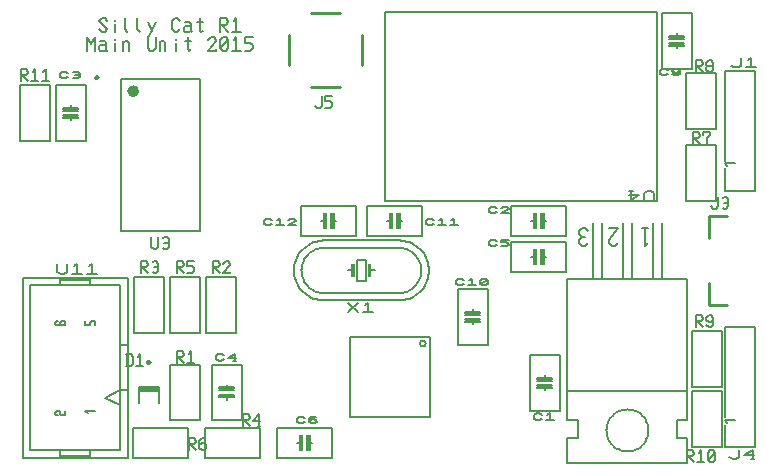
<source format=gbr>
G04 Generated by Ultiboard 13.0 *
%FSLAX24Y24*%
%MOIN*%

%ADD10C,0.0001*%
%ADD11C,0.0080*%
%ADD12C,0.0061*%
%ADD13C,0.0079*%
%ADD14C,0.0098*%
%ADD15C,0.0197*%
%ADD16C,0.0100*%
%ADD17C,0.0070*%


G04 ColorRGB FFFF00 for the following layer *
%LNSilkscreen Top*%
%LPD*%
G54D10*
G54D11*
X13780Y5939D02*
X13780Y3261D01*
X11102Y3261D01*
X11102Y5939D01*
X13780Y5939D01*
X13445Y5716D02*
G75*
D01*
G02X13445Y5716I98J0*
G01*
X21328Y10450D02*
X21328Y16750D01*
X12272Y16750D01*
X12272Y10450D01*
X21328Y10450D01*
X4139Y8067D02*
X4139Y8461D01*
X4296Y8461D01*
X4374Y8382D01*
X4374Y8343D01*
X4296Y8264D01*
X4139Y8264D01*
X4178Y8264D02*
X4374Y8067D01*
X4531Y8421D02*
X4570Y8461D01*
X4649Y8461D01*
X4727Y8382D01*
X4727Y8303D01*
X4688Y8264D01*
X4727Y8224D01*
X4727Y8146D01*
X4649Y8067D01*
X4570Y8067D01*
X4531Y8106D01*
X4570Y8264D02*
X4688Y8264D01*
X3900Y6083D02*
X3900Y7917D01*
X4900Y7917D02*
X4900Y6083D01*
X3900Y7917D02*
X4900Y7917D01*
X4900Y6083D02*
X3900Y6083D01*
X5339Y8067D02*
X5339Y8461D01*
X5496Y8461D01*
X5574Y8382D01*
X5574Y8343D01*
X5496Y8264D01*
X5339Y8264D01*
X5378Y8264D02*
X5574Y8067D01*
X5927Y8461D02*
X5692Y8461D01*
X5692Y8303D01*
X5849Y8303D01*
X5927Y8224D01*
X5927Y8146D01*
X5849Y8067D01*
X5692Y8067D01*
X5100Y6083D02*
X5100Y7917D01*
X6100Y7917D02*
X6100Y6083D01*
X5100Y7917D02*
X6100Y7917D01*
X6100Y6083D02*
X5100Y6083D01*
X6539Y8067D02*
X6539Y8461D01*
X6696Y8461D01*
X6774Y8382D01*
X6774Y8343D01*
X6696Y8264D01*
X6539Y8264D01*
X6578Y8264D02*
X6774Y8067D01*
X6892Y8382D02*
X6970Y8461D01*
X7049Y8461D01*
X7127Y8382D01*
X7127Y8343D01*
X6892Y8067D01*
X7127Y8067D01*
X7127Y8106D01*
X6300Y6083D02*
X6300Y7917D01*
X7300Y7917D02*
X7300Y6083D01*
X6300Y7917D02*
X7300Y7917D01*
X7300Y6083D02*
X6300Y6083D01*
X11056Y7070D02*
X11389Y6773D01*
X11056Y6773D02*
X11389Y7070D01*
X11611Y7011D02*
X11722Y7070D01*
X11722Y6773D01*
X11556Y6773D02*
X11889Y6773D01*
X12742Y9150D02*
X10242Y9150D01*
X12742Y8900D02*
X10242Y8900D01*
X12742Y7400D02*
X10242Y7400D01*
X12742Y7150D02*
X10242Y7150D01*
X11642Y8500D02*
X11342Y8500D01*
X11342Y7800D02*
X11642Y7800D01*
X12742Y7150D02*
X12829Y7154D01*
X12915Y7165D01*
X13000Y7184D01*
X13084Y7210D01*
X13164Y7244D01*
X13242Y7284D01*
X13315Y7331D01*
X13384Y7384D01*
X13449Y7443D01*
X13508Y7507D01*
X13561Y7576D01*
X13608Y7650D01*
X13648Y7727D01*
X13681Y7808D01*
X13708Y7891D01*
X13726Y7976D01*
X13738Y8063D01*
X13742Y8150D01*
X13738Y8237D01*
X13726Y8324D01*
X13708Y8409D01*
X13681Y8492D01*
X13648Y8573D01*
X13608Y8650D01*
X13561Y8724D01*
X13508Y8793D01*
X13449Y8857D01*
X13384Y8916D01*
X13315Y8969D01*
X13242Y9016D01*
X13164Y9056D01*
X13084Y9090D01*
X13000Y9116D01*
X12915Y9135D01*
X12829Y9146D01*
X12742Y9150D01*
X12742Y9150D01*
X12742Y7400D02*
X12807Y7403D01*
X12872Y7411D01*
X12936Y7426D01*
X12998Y7445D01*
X13059Y7470D01*
X13117Y7500D01*
X13172Y7536D01*
X13224Y7575D01*
X13272Y7620D01*
X13316Y7668D01*
X13356Y7720D01*
X13391Y7775D01*
X13421Y7833D01*
X13446Y7893D01*
X13466Y7956D01*
X13480Y8020D01*
X13489Y8085D01*
X13492Y8150D01*
X13489Y8215D01*
X13480Y8280D01*
X13466Y8344D01*
X13446Y8407D01*
X13421Y8467D01*
X13391Y8525D01*
X13356Y8580D01*
X13316Y8632D01*
X13272Y8680D01*
X13224Y8725D01*
X13172Y8764D01*
X13117Y8800D01*
X13059Y8830D01*
X12998Y8855D01*
X12936Y8874D01*
X12872Y8889D01*
X12807Y8897D01*
X12742Y8900D01*
X12742Y8900D01*
X11642Y7800D02*
X11642Y8500D01*
X11742Y8350D02*
X11742Y7950D01*
X11792Y7950D02*
X11792Y8350D01*
X11792Y8150D02*
X11942Y8150D01*
X10242Y9150D02*
X10154Y9146D01*
X10068Y9135D01*
X9983Y9116D01*
X9900Y9090D01*
X9819Y9056D01*
X9742Y9016D01*
X9668Y8969D01*
X9599Y8916D01*
X9535Y8857D01*
X9476Y8793D01*
X9423Y8724D01*
X9376Y8650D01*
X9335Y8573D01*
X9302Y8492D01*
X9276Y8409D01*
X9257Y8324D01*
X9245Y8237D01*
X9242Y8150D01*
X9245Y8063D01*
X9257Y7976D01*
X9276Y7891D01*
X9302Y7808D01*
X9335Y7727D01*
X9376Y7650D01*
X9423Y7576D01*
X9476Y7507D01*
X9535Y7443D01*
X9599Y7384D01*
X9668Y7331D01*
X9742Y7284D01*
X9819Y7244D01*
X9900Y7210D01*
X9983Y7184D01*
X10068Y7165D01*
X10154Y7154D01*
X10242Y7150D01*
X10242Y7150D01*
X10242Y8900D02*
X10176Y8897D01*
X10111Y8889D01*
X10048Y8874D01*
X9985Y8855D01*
X9925Y8830D01*
X9867Y8800D01*
X9811Y8764D01*
X9760Y8725D01*
X9711Y8680D01*
X9667Y8632D01*
X9627Y8580D01*
X9592Y8525D01*
X9562Y8467D01*
X9537Y8407D01*
X9517Y8344D01*
X9503Y8280D01*
X9495Y8215D01*
X9492Y8150D01*
X9495Y8085D01*
X9503Y8020D01*
X9517Y7956D01*
X9537Y7893D01*
X9562Y7833D01*
X9592Y7775D01*
X9627Y7720D01*
X9667Y7668D01*
X9711Y7620D01*
X9760Y7575D01*
X9811Y7536D01*
X9867Y7500D01*
X9925Y7470D01*
X9985Y7445D01*
X10048Y7426D01*
X10111Y7411D01*
X10176Y7403D01*
X10242Y7400D01*
X10242Y7400D01*
X11342Y7800D02*
X11342Y8500D01*
X11242Y7950D02*
X11242Y8350D01*
X11192Y7950D02*
X11192Y8350D01*
X11192Y8150D02*
X11042Y8150D01*
X6911Y5190D02*
X6822Y5145D01*
X6733Y5145D01*
X6644Y5190D01*
X6644Y5326D01*
X6733Y5371D01*
X6822Y5371D01*
X6911Y5326D01*
X7311Y5235D02*
X7044Y5235D01*
X7267Y5371D01*
X7267Y5145D01*
X7222Y5145D02*
X7311Y5145D01*
X6500Y3177D02*
X6500Y5010D01*
X7500Y5010D02*
X7500Y3177D01*
X6500Y5010D02*
X7500Y5010D01*
X7250Y4227D02*
X6750Y4227D01*
X6750Y4177D02*
X7250Y4177D01*
X7250Y4260D02*
X6750Y4260D01*
X7000Y4244D02*
X7000Y4344D01*
X7250Y4010D02*
X6750Y4010D01*
X7250Y3977D02*
X6750Y3977D01*
X6750Y3927D02*
X7250Y3927D01*
X7000Y3944D02*
X7000Y3844D01*
X7500Y3177D02*
X6500Y3177D01*
X23806Y14982D02*
X23917Y14923D01*
X24028Y14923D01*
X24139Y14982D01*
X24139Y15220D01*
X24361Y15161D02*
X24472Y15220D01*
X24472Y14923D01*
X24306Y14923D02*
X24639Y14923D01*
X24600Y14800D02*
X24600Y10800D01*
X23600Y14800D02*
X23600Y11800D01*
X23600Y10800D02*
X24600Y10800D01*
X23600Y11550D02*
X23600Y10800D01*
X23600Y11717D02*
X23933Y11717D01*
X23683Y11633D02*
X23600Y11717D01*
X23600Y14800D02*
X24600Y14800D01*
X14911Y7696D02*
X14822Y7651D01*
X14733Y7651D01*
X14644Y7696D01*
X14644Y7832D01*
X14733Y7877D01*
X14822Y7877D01*
X14911Y7832D01*
X15089Y7832D02*
X15178Y7877D01*
X15178Y7651D01*
X15044Y7651D02*
X15311Y7651D01*
X15444Y7832D02*
X15533Y7877D01*
X15622Y7877D01*
X15711Y7832D01*
X15711Y7696D01*
X15622Y7651D01*
X15533Y7651D01*
X15444Y7696D01*
X15444Y7832D01*
X15711Y7832D02*
X15444Y7696D01*
X15700Y7517D02*
X15700Y5683D01*
X14700Y5683D02*
X14700Y7517D01*
X15700Y5683D02*
X14700Y5683D01*
X14950Y6467D02*
X15450Y6467D01*
X15450Y6517D02*
X14950Y6517D01*
X14950Y6433D02*
X15450Y6433D01*
X15200Y6450D02*
X15200Y6350D01*
X14950Y6683D02*
X15450Y6683D01*
X14950Y6717D02*
X15450Y6717D01*
X15450Y6767D02*
X14950Y6767D01*
X15200Y6750D02*
X15200Y6850D01*
X14700Y7517D02*
X15700Y7517D01*
X5339Y5060D02*
X5339Y5454D01*
X5496Y5454D01*
X5574Y5375D01*
X5574Y5336D01*
X5496Y5257D01*
X5339Y5257D01*
X5378Y5257D02*
X5574Y5060D01*
X5731Y5375D02*
X5809Y5454D01*
X5809Y5060D01*
X5692Y5060D02*
X5927Y5060D01*
X5100Y3177D02*
X5100Y5010D01*
X6100Y5010D02*
X6100Y3177D01*
X5100Y5010D02*
X6100Y5010D01*
X6100Y3177D02*
X5100Y3177D01*
X17511Y3213D02*
X17422Y3168D01*
X17333Y3168D01*
X17244Y3213D01*
X17244Y3349D01*
X17333Y3394D01*
X17422Y3394D01*
X17511Y3349D01*
X17689Y3349D02*
X17778Y3394D01*
X17778Y3168D01*
X17644Y3168D02*
X17911Y3168D01*
X18100Y5317D02*
X18100Y3483D01*
X17100Y3483D02*
X17100Y5317D01*
X18100Y3483D02*
X17100Y3483D01*
X17350Y4267D02*
X17850Y4267D01*
X17850Y4317D02*
X17350Y4317D01*
X17350Y4233D02*
X17850Y4233D01*
X17600Y4250D02*
X17600Y4150D01*
X17350Y4483D02*
X17850Y4483D01*
X17350Y4517D02*
X17850Y4517D01*
X17850Y4567D02*
X17350Y4567D01*
X17600Y4550D02*
X17600Y4650D01*
X17100Y5317D02*
X18100Y5317D01*
X22539Y12367D02*
X22539Y12761D01*
X22696Y12761D01*
X22774Y12682D01*
X22774Y12643D01*
X22696Y12564D01*
X22539Y12564D01*
X22578Y12564D02*
X22774Y12367D01*
X23009Y12367D02*
X23009Y12564D01*
X23127Y12682D01*
X23127Y12761D01*
X22892Y12761D01*
X22892Y12682D01*
X22300Y10483D02*
X22300Y12317D01*
X23300Y12317D02*
X23300Y10483D01*
X22300Y12317D02*
X23300Y12317D01*
X23300Y10483D02*
X22300Y10483D01*
X22639Y14767D02*
X22639Y15161D01*
X22796Y15161D01*
X22874Y15082D01*
X22874Y15043D01*
X22796Y14964D01*
X22639Y14964D01*
X22678Y14964D02*
X22874Y14767D01*
X23149Y14767D02*
X23070Y14767D01*
X22992Y14846D01*
X22992Y14924D01*
X23031Y14964D01*
X22992Y15003D01*
X22992Y15082D01*
X23070Y15161D01*
X23149Y15161D01*
X23227Y15082D01*
X23227Y15003D01*
X23188Y14964D01*
X23227Y14924D01*
X23227Y14846D01*
X23149Y14767D01*
X23031Y14964D02*
X23188Y14964D01*
X23300Y14717D02*
X23300Y12883D01*
X22300Y12883D02*
X22300Y14717D01*
X23300Y12883D02*
X22300Y12883D01*
X22300Y14717D02*
X23300Y14717D01*
X22639Y6267D02*
X22639Y6661D01*
X22796Y6661D01*
X22874Y6582D01*
X22874Y6543D01*
X22796Y6464D01*
X22639Y6464D01*
X22678Y6464D02*
X22874Y6267D01*
X22992Y6346D02*
X23070Y6267D01*
X23149Y6267D01*
X23227Y6346D01*
X23227Y6503D01*
X23227Y6582D01*
X23149Y6661D01*
X23070Y6661D01*
X22992Y6582D01*
X22992Y6503D01*
X23070Y6424D01*
X23149Y6424D01*
X23227Y6503D01*
X22500Y4283D02*
X22500Y6117D01*
X23500Y6117D02*
X23500Y4283D01*
X22500Y6117D02*
X23500Y6117D01*
X23500Y4283D02*
X22500Y4283D01*
X1356Y8368D02*
X1356Y8111D01*
X1467Y8046D01*
X1578Y8046D01*
X1689Y8111D01*
X1689Y8368D01*
X1911Y8304D02*
X2022Y8368D01*
X2022Y8046D01*
X1856Y8046D02*
X2189Y8046D01*
X2411Y8304D02*
X2522Y8368D01*
X2522Y8046D01*
X2356Y8046D02*
X2689Y8046D01*
X3700Y1900D02*
X3700Y7900D01*
X200Y7900D02*
X200Y1900D01*
X450Y2150D02*
X450Y7650D01*
X3450Y5150D02*
X3450Y2150D01*
X3450Y3650D02*
X2950Y3900D01*
X3450Y4150D01*
X200Y1900D02*
X3700Y1900D01*
X3450Y2150D02*
X450Y2150D01*
X1450Y1983D02*
X2450Y1983D01*
X2450Y1900D02*
X2450Y2150D01*
X2617Y3483D02*
X2283Y3483D01*
X1450Y1900D02*
X1450Y2150D01*
X1617Y3483D02*
X1617Y3317D01*
X1533Y3317D01*
X2283Y3483D02*
X2367Y3400D01*
X1450Y3400D02*
X1450Y3407D01*
X1449Y3414D01*
X1447Y3422D01*
X1445Y3429D01*
X1442Y3435D01*
X1439Y3442D01*
X1435Y3448D01*
X1430Y3454D01*
X1426Y3459D01*
X1420Y3464D01*
X1414Y3468D01*
X1408Y3472D01*
X1402Y3476D01*
X1395Y3478D01*
X1388Y3480D01*
X1381Y3482D01*
X1374Y3483D01*
X1367Y3483D01*
X1359Y3483D01*
X1352Y3482D01*
X1345Y3480D01*
X1338Y3478D01*
X1331Y3476D01*
X1325Y3472D01*
X1319Y3468D01*
X1313Y3464D01*
X1308Y3459D01*
X1303Y3454D01*
X1298Y3448D01*
X1294Y3442D01*
X1291Y3435D01*
X1288Y3429D01*
X1286Y3422D01*
X1285Y3414D01*
X1284Y3407D01*
X1283Y3400D01*
X1284Y3393D01*
X1285Y3386D01*
X1286Y3378D01*
X1288Y3371D01*
X1291Y3365D01*
X1294Y3358D01*
X1298Y3352D01*
X1303Y3346D01*
X1308Y3341D01*
X1313Y3336D01*
X1319Y3332D01*
X1325Y3328D01*
X1331Y3324D01*
X1338Y3322D01*
X1345Y3320D01*
X1352Y3318D01*
X1359Y3317D01*
X1367Y3317D01*
X1450Y3400D02*
X1450Y3393D01*
X1451Y3386D01*
X1453Y3378D01*
X1455Y3371D01*
X1458Y3365D01*
X1461Y3358D01*
X1465Y3352D01*
X1470Y3346D01*
X1474Y3341D01*
X1480Y3336D01*
X1486Y3332D01*
X1492Y3328D01*
X1498Y3324D01*
X1505Y3322D01*
X1512Y3320D01*
X1519Y3318D01*
X1526Y3317D01*
X1533Y3317D01*
X1533Y3317D01*
X2617Y6400D02*
X2616Y6407D01*
X2615Y6414D01*
X2614Y6422D01*
X2612Y6429D01*
X2609Y6435D01*
X2606Y6442D01*
X2602Y6448D01*
X2597Y6454D01*
X2592Y6459D01*
X2587Y6464D01*
X2581Y6468D01*
X2575Y6472D01*
X2569Y6476D01*
X2562Y6478D01*
X2555Y6480D01*
X2548Y6482D01*
X2541Y6483D01*
X2533Y6483D01*
X2526Y6483D01*
X2519Y6482D01*
X2512Y6480D01*
X2505Y6478D01*
X2498Y6476D01*
X2492Y6472D01*
X2486Y6468D01*
X2480Y6464D01*
X2474Y6459D01*
X2470Y6454D01*
X2465Y6448D01*
X2461Y6442D01*
X2458Y6435D01*
X2455Y6429D01*
X2453Y6422D01*
X2451Y6414D01*
X2450Y6407D01*
X2450Y6400D01*
X2450Y6317D02*
X2283Y6317D01*
X2450Y6317D02*
X2450Y6400D01*
X3700Y7900D02*
X200Y7900D01*
X450Y7650D02*
X3450Y7650D01*
X1450Y7817D02*
X2450Y7817D01*
X2450Y7650D02*
X2450Y7900D01*
X3450Y7650D02*
X3450Y5650D01*
X3450Y4150D02*
X3450Y5650D01*
X3700Y4150D02*
X3450Y4150D01*
X3450Y5650D02*
X3700Y5650D01*
X2617Y6317D02*
X2617Y6400D01*
X1533Y6483D02*
X1526Y6483D01*
X1519Y6482D01*
X1512Y6480D01*
X1505Y6478D01*
X1498Y6476D01*
X1492Y6472D01*
X1486Y6468D01*
X1480Y6464D01*
X1474Y6459D01*
X1470Y6454D01*
X1465Y6448D01*
X1461Y6442D01*
X1458Y6435D01*
X1455Y6429D01*
X1453Y6422D01*
X1451Y6414D01*
X1450Y6407D01*
X1450Y6400D01*
X1450Y6393D01*
X1451Y6386D01*
X1453Y6378D01*
X1455Y6371D01*
X1458Y6365D01*
X1461Y6358D01*
X1465Y6352D01*
X1470Y6346D01*
X1474Y6341D01*
X1480Y6336D01*
X1486Y6332D01*
X1492Y6328D01*
X1498Y6324D01*
X1505Y6322D01*
X1512Y6320D01*
X1519Y6318D01*
X1526Y6317D01*
X1533Y6317D01*
X1541Y6317D01*
X1548Y6318D01*
X1555Y6320D01*
X1562Y6322D01*
X1569Y6324D01*
X1575Y6328D01*
X1581Y6332D01*
X1587Y6336D01*
X1592Y6341D01*
X1597Y6346D01*
X1602Y6352D01*
X1606Y6358D01*
X1609Y6365D01*
X1612Y6371D01*
X1614Y6378D01*
X1615Y6386D01*
X1616Y6393D01*
X1617Y6400D01*
X1616Y6407D01*
X1615Y6414D01*
X1614Y6422D01*
X1612Y6429D01*
X1609Y6435D01*
X1606Y6442D01*
X1602Y6448D01*
X1597Y6454D01*
X1592Y6459D01*
X1587Y6464D01*
X1581Y6468D01*
X1575Y6472D01*
X1569Y6476D01*
X1562Y6478D01*
X1555Y6480D01*
X1548Y6482D01*
X1541Y6483D01*
X1533Y6483D01*
X2283Y6317D02*
X2283Y6483D01*
X1533Y6317D02*
X1367Y6317D01*
X1367Y6483D02*
X1359Y6483D01*
X1352Y6482D01*
X1345Y6480D01*
X1338Y6478D01*
X1331Y6476D01*
X1325Y6472D01*
X1319Y6468D01*
X1313Y6464D01*
X1308Y6459D01*
X1303Y6454D01*
X1298Y6448D01*
X1294Y6442D01*
X1291Y6435D01*
X1288Y6429D01*
X1286Y6422D01*
X1285Y6414D01*
X1284Y6407D01*
X1283Y6400D01*
X1284Y6393D01*
X1285Y6386D01*
X1286Y6378D01*
X1288Y6371D01*
X1291Y6365D01*
X1294Y6358D01*
X1298Y6352D01*
X1303Y6346D01*
X1308Y6341D01*
X1313Y6336D01*
X1319Y6332D01*
X1325Y6328D01*
X1331Y6324D01*
X1338Y6322D01*
X1345Y6320D01*
X1352Y6318D01*
X1359Y6317D01*
X1367Y6317D01*
X1367Y6317D01*
X1450Y7650D02*
X1450Y7900D01*
X1711Y14596D02*
X1622Y14551D01*
X1533Y14551D01*
X1444Y14596D01*
X1444Y14732D01*
X1533Y14777D01*
X1622Y14777D01*
X1711Y14732D01*
X1889Y14755D02*
X1933Y14777D01*
X2022Y14777D01*
X2111Y14732D01*
X2111Y14687D01*
X2067Y14664D01*
X2111Y14642D01*
X2111Y14596D01*
X2022Y14551D01*
X1933Y14551D01*
X1889Y14574D01*
X1933Y14664D02*
X2067Y14664D01*
X2300Y14317D02*
X2300Y12483D01*
X1300Y12483D02*
X1300Y14317D01*
X2300Y12483D02*
X1300Y12483D01*
X1550Y13267D02*
X2050Y13267D01*
X2050Y13317D02*
X1550Y13317D01*
X1550Y13233D02*
X2050Y13233D01*
X1800Y13250D02*
X1800Y13150D01*
X1550Y13483D02*
X2050Y13483D01*
X1550Y13517D02*
X2050Y13517D01*
X2050Y13567D02*
X1550Y13567D01*
X1800Y13550D02*
X1800Y13650D01*
X1300Y14317D02*
X2300Y14317D01*
X21711Y14696D02*
X21622Y14651D01*
X21533Y14651D01*
X21444Y14696D01*
X21444Y14832D01*
X21533Y14877D01*
X21622Y14877D01*
X21711Y14832D01*
X21844Y14696D02*
X21933Y14651D01*
X22022Y14651D01*
X22111Y14696D01*
X22111Y14787D01*
X22111Y14832D01*
X22022Y14877D01*
X21933Y14877D01*
X21844Y14832D01*
X21844Y14787D01*
X21933Y14742D01*
X22022Y14742D01*
X22111Y14787D01*
X22500Y16717D02*
X22500Y14883D01*
X21500Y14883D02*
X21500Y16717D01*
X22500Y14883D02*
X21500Y14883D01*
X21750Y15667D02*
X22250Y15667D01*
X22250Y15717D02*
X21750Y15717D01*
X21750Y15633D02*
X22250Y15633D01*
X22000Y15650D02*
X22000Y15550D01*
X21750Y15883D02*
X22250Y15883D01*
X21750Y15917D02*
X22250Y15917D01*
X22250Y15967D02*
X21750Y15967D01*
X22000Y15950D02*
X22000Y16050D01*
X21500Y16717D02*
X22500Y16717D01*
X22339Y1767D02*
X22339Y2161D01*
X22496Y2161D01*
X22574Y2082D01*
X22574Y2043D01*
X22496Y1964D01*
X22339Y1964D01*
X22378Y1964D02*
X22574Y1767D01*
X22731Y2082D02*
X22809Y2161D01*
X22809Y1767D01*
X22692Y1767D02*
X22927Y1767D01*
X23045Y2082D02*
X23123Y2161D01*
X23201Y2161D01*
X23280Y2082D01*
X23280Y1846D01*
X23201Y1767D01*
X23123Y1767D01*
X23045Y1846D01*
X23045Y2082D01*
X23280Y2082D02*
X23045Y1846D01*
X22500Y2283D02*
X22500Y4117D01*
X23500Y4117D02*
X23500Y2283D01*
X22500Y4117D02*
X23500Y4117D01*
X23500Y2283D02*
X22500Y2283D01*
X23756Y1932D02*
X23867Y1873D01*
X23978Y1873D01*
X24089Y1932D01*
X24089Y2170D01*
X24589Y1992D02*
X24256Y1992D01*
X24533Y2170D01*
X24533Y1873D01*
X24478Y1873D02*
X24589Y1873D01*
X24600Y6250D02*
X24600Y2250D01*
X23600Y6250D02*
X23600Y3250D01*
X23600Y2250D02*
X24600Y2250D01*
X23600Y3000D02*
X23600Y2250D01*
X23600Y3167D02*
X23933Y3167D01*
X23683Y3083D02*
X23600Y3167D01*
X23600Y6250D02*
X24600Y6250D01*
X21254Y10498D02*
X21254Y10736D01*
X21143Y10796D01*
X21032Y10796D01*
X20921Y10736D01*
X20921Y10498D01*
X20421Y10677D02*
X20754Y10677D01*
X20477Y10498D01*
X20477Y10796D01*
X20532Y10796D02*
X20421Y10796D01*
X18360Y7868D02*
X22360Y7868D01*
X22360Y4118D02*
X18360Y4118D01*
X22360Y4118D02*
X18360Y4118D01*
X22360Y1718D02*
X18360Y1718D01*
X19660Y2818D02*
X19663Y2757D01*
X19671Y2697D01*
X19684Y2637D01*
X19702Y2579D01*
X19726Y2522D01*
X19754Y2468D01*
X19787Y2417D01*
X19824Y2368D01*
X19865Y2323D01*
X19910Y2282D01*
X19958Y2245D01*
X20010Y2212D01*
X20064Y2184D01*
X20121Y2161D01*
X20179Y2142D01*
X20238Y2129D01*
X20299Y2121D01*
X20360Y2118D01*
X20421Y2121D01*
X20482Y2129D01*
X20541Y2142D01*
X20599Y2161D01*
X20656Y2184D01*
X20710Y2212D01*
X20762Y2245D01*
X20810Y2282D01*
X20855Y2323D01*
X20896Y2368D01*
X20933Y2417D01*
X20966Y2468D01*
X20994Y2522D01*
X21018Y2579D01*
X21036Y2637D01*
X21049Y2697D01*
X21057Y2757D01*
X21060Y2818D01*
X21057Y2879D01*
X21049Y2940D01*
X21036Y2999D01*
X21018Y3058D01*
X20994Y3114D01*
X20966Y3168D01*
X20933Y3220D01*
X20896Y3268D01*
X20855Y3313D01*
X20810Y3355D01*
X20762Y3392D01*
X20710Y3425D01*
X20656Y3453D01*
X20599Y3476D01*
X20541Y3494D01*
X20482Y3508D01*
X20421Y3516D01*
X20360Y3518D01*
X20299Y3516D01*
X20238Y3508D01*
X20179Y3494D01*
X20121Y3476D01*
X20064Y3453D01*
X20010Y3425D01*
X19958Y3392D01*
X19910Y3355D01*
X19865Y3313D01*
X19824Y3268D01*
X19787Y3220D01*
X19754Y3168D01*
X19726Y3114D01*
X19702Y3058D01*
X19684Y2999D01*
X19671Y2940D01*
X19663Y2879D01*
X19660Y2818D01*
X22010Y3168D02*
X22010Y2568D01*
X21510Y9718D02*
X21510Y7868D01*
X21210Y9718D02*
X21210Y7868D01*
X20510Y9718D02*
X20510Y7868D01*
X20210Y9718D02*
X20210Y7868D01*
X19510Y9718D02*
X19510Y7868D01*
X20960Y8968D02*
X20960Y9568D01*
X19760Y9168D02*
X20060Y9568D01*
X19760Y9068D02*
X19760Y9168D01*
X21060Y9568D02*
X20860Y9568D01*
X20060Y9568D02*
X19760Y9568D01*
X22360Y7868D02*
X22360Y4118D01*
X21060Y9068D02*
X20960Y8968D01*
X19860Y8968D02*
X19760Y9068D01*
X20060Y9068D02*
X19960Y8968D01*
X19860Y8968D01*
X22360Y4118D02*
X22360Y3168D01*
X22010Y3168D01*
X22360Y2568D02*
X22360Y1718D01*
X22010Y2568D02*
X22360Y2568D01*
X18710Y2568D02*
X18710Y3168D01*
X19210Y9718D02*
X19210Y7868D01*
X18760Y9168D02*
X18860Y9268D01*
X18760Y9068D02*
X18760Y9168D01*
X18760Y9368D02*
X18760Y9468D01*
X18860Y9268D02*
X18760Y9368D01*
X18760Y9468D02*
X18860Y9568D01*
X18960Y9568D02*
X19060Y9468D01*
X18860Y9568D02*
X18960Y9568D01*
X18860Y9268D02*
X18960Y9268D01*
X18360Y4118D02*
X18360Y7868D01*
X18860Y8968D02*
X18760Y9068D01*
X18860Y8968D02*
X18960Y8968D01*
X19060Y9068D01*
X18360Y3168D02*
X18360Y4118D01*
X18710Y3168D02*
X18360Y3168D01*
X18360Y1718D02*
X18360Y2568D01*
X18710Y2568D01*
X9611Y3096D02*
X9522Y3051D01*
X9433Y3051D01*
X9344Y3096D01*
X9344Y3232D01*
X9433Y3277D01*
X9522Y3277D01*
X9611Y3232D01*
X9967Y3277D02*
X9833Y3277D01*
X9744Y3232D01*
X9744Y3142D01*
X9744Y3096D01*
X9833Y3051D01*
X9922Y3051D01*
X10011Y3096D01*
X10011Y3142D01*
X9922Y3187D01*
X9833Y3187D01*
X9744Y3142D01*
X8683Y2900D02*
X10517Y2900D01*
X10517Y1900D02*
X8683Y1900D01*
X10517Y2900D02*
X10517Y1900D01*
X9733Y2150D02*
X9733Y2650D01*
X9683Y2650D02*
X9683Y2150D01*
X9767Y2150D02*
X9767Y2650D01*
X9750Y2400D02*
X9850Y2400D01*
X9517Y2150D02*
X9517Y2650D01*
X9483Y2150D02*
X9483Y2650D01*
X9433Y2650D02*
X9433Y2150D01*
X9450Y2400D02*
X9350Y2400D01*
X8683Y1900D02*
X8683Y2900D01*
X139Y14467D02*
X139Y14861D01*
X296Y14861D01*
X374Y14782D01*
X374Y14743D01*
X296Y14664D01*
X139Y14664D01*
X178Y14664D02*
X374Y14467D01*
X531Y14782D02*
X609Y14861D01*
X609Y14467D01*
X492Y14467D02*
X727Y14467D01*
X884Y14782D02*
X962Y14861D01*
X962Y14467D01*
X845Y14467D02*
X1080Y14467D01*
X100Y12483D02*
X100Y14317D01*
X1100Y14317D02*
X1100Y12483D01*
X100Y14317D02*
X1100Y14317D01*
X1100Y12483D02*
X100Y12483D01*
X13911Y9696D02*
X13822Y9651D01*
X13733Y9651D01*
X13644Y9696D01*
X13644Y9832D01*
X13733Y9877D01*
X13822Y9877D01*
X13911Y9832D01*
X14089Y9832D02*
X14178Y9877D01*
X14178Y9651D01*
X14044Y9651D02*
X14311Y9651D01*
X14489Y9832D02*
X14578Y9877D01*
X14578Y9651D01*
X14444Y9651D02*
X14711Y9651D01*
X13517Y9300D02*
X11683Y9300D01*
X11683Y10300D02*
X13517Y10300D01*
X11683Y9300D02*
X11683Y10300D01*
X12467Y10050D02*
X12467Y9550D01*
X12517Y9550D02*
X12517Y10050D01*
X12433Y10050D02*
X12433Y9550D01*
X12450Y9800D02*
X12350Y9800D01*
X12683Y10050D02*
X12683Y9550D01*
X12717Y10050D02*
X12717Y9550D01*
X12767Y9550D02*
X12767Y10050D01*
X12750Y9800D02*
X12850Y9800D01*
X13517Y10300D02*
X13517Y9300D01*
X16011Y8996D02*
X15922Y8951D01*
X15833Y8951D01*
X15744Y8996D01*
X15744Y9132D01*
X15833Y9177D01*
X15922Y9177D01*
X16011Y9132D01*
X16411Y9177D02*
X16144Y9177D01*
X16144Y9087D01*
X16322Y9087D01*
X16411Y9042D01*
X16411Y8996D01*
X16322Y8951D01*
X16144Y8951D01*
X16483Y9100D02*
X18317Y9100D01*
X18317Y8100D02*
X16483Y8100D01*
X18317Y9100D02*
X18317Y8100D01*
X17533Y8350D02*
X17533Y8850D01*
X17483Y8850D02*
X17483Y8350D01*
X17567Y8350D02*
X17567Y8850D01*
X17550Y8600D02*
X17650Y8600D01*
X17317Y8350D02*
X17317Y8850D01*
X17283Y8350D02*
X17283Y8850D01*
X17233Y8850D02*
X17233Y8350D01*
X17250Y8600D02*
X17150Y8600D01*
X16483Y8100D02*
X16483Y9100D01*
X16011Y10096D02*
X15922Y10051D01*
X15833Y10051D01*
X15744Y10096D01*
X15744Y10232D01*
X15833Y10277D01*
X15922Y10277D01*
X16011Y10232D01*
X16144Y10232D02*
X16233Y10277D01*
X16322Y10277D01*
X16411Y10232D01*
X16411Y10210D01*
X16144Y10051D01*
X16411Y10051D01*
X16411Y10074D01*
X18317Y9300D02*
X16483Y9300D01*
X16483Y10300D02*
X18317Y10300D01*
X16483Y9300D02*
X16483Y10300D01*
X17267Y10050D02*
X17267Y9550D01*
X17317Y9550D02*
X17317Y10050D01*
X17233Y10050D02*
X17233Y9550D01*
X17250Y9800D02*
X17150Y9800D01*
X17483Y10050D02*
X17483Y9550D01*
X17517Y10050D02*
X17517Y9550D01*
X17567Y9550D02*
X17567Y10050D01*
X17550Y9800D02*
X17650Y9800D01*
X18317Y10300D02*
X18317Y9300D01*
X8511Y9696D02*
X8422Y9651D01*
X8333Y9651D01*
X8244Y9696D01*
X8244Y9832D01*
X8333Y9877D01*
X8422Y9877D01*
X8511Y9832D01*
X8689Y9832D02*
X8778Y9877D01*
X8778Y9651D01*
X8644Y9651D02*
X8911Y9651D01*
X9044Y9832D02*
X9133Y9877D01*
X9222Y9877D01*
X9311Y9832D01*
X9311Y9810D01*
X9044Y9651D01*
X9311Y9651D01*
X9311Y9674D01*
X11317Y9300D02*
X9483Y9300D01*
X9483Y10300D02*
X11317Y10300D01*
X9483Y9300D02*
X9483Y10300D01*
X10267Y10050D02*
X10267Y9550D01*
X10317Y9550D02*
X10317Y10050D01*
X10233Y10050D02*
X10233Y9550D01*
X10250Y9800D02*
X10150Y9800D01*
X10483Y10050D02*
X10483Y9550D01*
X10517Y10050D02*
X10517Y9550D01*
X10567Y9550D02*
X10567Y10050D01*
X10550Y9800D02*
X10650Y9800D01*
X11317Y10300D02*
X11317Y9300D01*
X7539Y2967D02*
X7539Y3361D01*
X7696Y3361D01*
X7774Y3282D01*
X7774Y3243D01*
X7696Y3164D01*
X7539Y3164D01*
X7578Y3164D02*
X7774Y2967D01*
X8127Y3124D02*
X7892Y3124D01*
X8088Y3361D01*
X8088Y2967D01*
X8049Y2967D02*
X8127Y2967D01*
X8117Y1900D02*
X6283Y1900D01*
X6283Y2900D02*
X8117Y2900D01*
X6283Y1900D02*
X6283Y2900D01*
X8117Y2900D02*
X8117Y1900D01*
X5739Y2167D02*
X5739Y2561D01*
X5896Y2561D01*
X5974Y2482D01*
X5974Y2443D01*
X5896Y2364D01*
X5739Y2364D01*
X5778Y2364D02*
X5974Y2167D01*
X6288Y2561D02*
X6170Y2561D01*
X6092Y2482D01*
X6092Y2324D01*
X6092Y2246D01*
X6170Y2167D01*
X6249Y2167D01*
X6327Y2246D01*
X6327Y2324D01*
X6249Y2403D01*
X6170Y2403D01*
X6092Y2324D01*
X5717Y1900D02*
X3883Y1900D01*
X3883Y2900D02*
X5717Y2900D01*
X3883Y1900D02*
X3883Y2900D01*
X5717Y2900D02*
X5717Y1900D01*
G54D12*
X4486Y9264D02*
X4486Y8949D01*
X4565Y8870D01*
X4643Y8870D01*
X4722Y8949D01*
X4722Y9264D01*
X4878Y9224D02*
X4918Y9264D01*
X4996Y9264D01*
X5074Y9185D01*
X5074Y9106D01*
X5035Y9067D01*
X5074Y9028D01*
X5074Y8949D01*
X4996Y8870D01*
X4918Y8870D01*
X4878Y8909D01*
X4918Y9067D02*
X5035Y9067D01*
X23139Y10286D02*
X23218Y10207D01*
X23296Y10207D01*
X23374Y10286D01*
X23374Y10601D01*
X23531Y10562D02*
X23570Y10601D01*
X23649Y10601D01*
X23727Y10522D01*
X23727Y10444D01*
X23688Y10404D01*
X23727Y10365D01*
X23727Y10286D01*
X23649Y10207D01*
X23570Y10207D01*
X23531Y10247D01*
X23570Y10404D02*
X23688Y10404D01*
X3639Y4967D02*
X3796Y4967D01*
X3874Y5046D01*
X3874Y5282D01*
X3796Y5361D01*
X3639Y5361D01*
X3678Y5361D02*
X3678Y4967D01*
X4031Y5282D02*
X4110Y5361D01*
X4110Y4967D01*
X3992Y4967D02*
X4227Y4967D01*
X9939Y13646D02*
X10018Y13567D01*
X10096Y13567D01*
X10174Y13646D01*
X10174Y13961D01*
X10527Y13961D02*
X10292Y13961D01*
X10292Y13803D01*
X10449Y13803D01*
X10527Y13724D01*
X10527Y13646D01*
X10449Y13567D01*
X10292Y13567D01*
G54D13*
X3491Y9480D02*
X6109Y9480D01*
X6109Y14520D02*
X3491Y14520D01*
X3491Y9480D01*
X6109Y9480D02*
X6109Y14520D01*
X4065Y4276D02*
X4065Y3724D01*
X4735Y4276D02*
X4735Y3724D01*
X4065Y4276D02*
X4735Y4276D01*
X4065Y4197D02*
X4735Y4197D01*
X4065Y4118D02*
X4735Y4118D01*
G54D14*
X2625Y14579D02*
G75*
D01*
G02X2625Y14579I49J0*
G01*
X4351Y5083D02*
G75*
D01*
G02X4351Y5083I49J0*
G01*
G54D15*
X3786Y14126D02*
G75*
D01*
G02X3786Y14126I99J0*
G01*
G54D16*
X23078Y7008D02*
X23678Y7008D01*
X23078Y7746D02*
X23078Y7008D01*
X23078Y9961D02*
X23078Y9222D01*
X23678Y9961D02*
X23078Y9961D01*
X9808Y16722D02*
X10792Y16722D01*
X9808Y14278D02*
X10792Y14278D01*
X9078Y15992D02*
X9078Y15008D01*
X11522Y15992D02*
X11522Y15008D01*
G54D17*
X2749Y16194D02*
X2839Y16104D01*
X2928Y16104D01*
X3018Y16194D01*
X2749Y16465D01*
X2839Y16555D01*
X2928Y16555D01*
X3018Y16465D01*
X3287Y16104D02*
X3287Y16375D01*
X3287Y16465D02*
X3287Y16510D01*
X3602Y16555D02*
X3602Y16194D01*
X3691Y16104D01*
X4005Y16555D02*
X4005Y16194D01*
X4095Y16104D01*
X4365Y15969D02*
X4409Y15969D01*
X4634Y16420D01*
X4365Y16420D02*
X4499Y16149D01*
X5442Y16194D02*
X5352Y16104D01*
X5262Y16104D01*
X5172Y16194D01*
X5172Y16465D01*
X5262Y16555D01*
X5352Y16555D01*
X5442Y16465D01*
X5621Y16420D02*
X5756Y16420D01*
X5801Y16375D01*
X5801Y16149D01*
X5756Y16104D01*
X5621Y16104D01*
X5576Y16149D01*
X5576Y16239D01*
X5621Y16284D01*
X5801Y16284D01*
X5801Y16149D02*
X5846Y16104D01*
X6205Y16149D02*
X6160Y16104D01*
X6115Y16149D01*
X6115Y16555D01*
X6025Y16420D02*
X6205Y16420D01*
X6788Y16104D02*
X6788Y16555D01*
X6968Y16555D01*
X7057Y16465D01*
X7057Y16420D01*
X6968Y16329D01*
X6788Y16329D01*
X6833Y16329D02*
X7057Y16104D01*
X7237Y16465D02*
X7327Y16555D01*
X7327Y16104D01*
X7192Y16104D02*
X7461Y16104D01*
X2345Y15473D02*
X2345Y15924D01*
X2480Y15698D01*
X2614Y15924D01*
X2614Y15473D01*
X2794Y15788D02*
X2928Y15788D01*
X2973Y15743D01*
X2973Y15518D01*
X2928Y15473D01*
X2794Y15473D01*
X2749Y15518D01*
X2749Y15608D01*
X2794Y15653D01*
X2973Y15653D01*
X2973Y15518D02*
X3018Y15473D01*
X3287Y15473D02*
X3287Y15743D01*
X3287Y15834D02*
X3287Y15879D01*
X3557Y15473D02*
X3557Y15743D01*
X3557Y15788D01*
X3557Y15743D02*
X3602Y15788D01*
X3691Y15788D01*
X3736Y15743D01*
X3736Y15473D01*
X4365Y15924D02*
X4365Y15563D01*
X4454Y15473D01*
X4544Y15473D01*
X4634Y15563D01*
X4634Y15924D01*
X4768Y15473D02*
X4768Y15743D01*
X4768Y15788D01*
X4768Y15743D02*
X4813Y15788D01*
X4903Y15788D01*
X4948Y15743D01*
X4948Y15473D01*
X5307Y15473D02*
X5307Y15743D01*
X5307Y15834D02*
X5307Y15879D01*
X5801Y15518D02*
X5756Y15473D01*
X5711Y15518D01*
X5711Y15924D01*
X5621Y15788D02*
X5801Y15788D01*
X6384Y15834D02*
X6474Y15924D01*
X6564Y15924D01*
X6653Y15834D01*
X6653Y15788D01*
X6384Y15473D01*
X6653Y15473D01*
X6653Y15518D01*
X6788Y15834D02*
X6878Y15924D01*
X6968Y15924D01*
X7057Y15834D01*
X7057Y15563D01*
X6968Y15473D01*
X6878Y15473D01*
X6788Y15563D01*
X6788Y15834D01*
X7057Y15834D02*
X6788Y15563D01*
X7237Y15834D02*
X7327Y15924D01*
X7327Y15473D01*
X7192Y15473D02*
X7461Y15473D01*
X7865Y15924D02*
X7596Y15924D01*
X7596Y15743D01*
X7776Y15743D01*
X7865Y15653D01*
X7865Y15563D01*
X7776Y15473D01*
X7596Y15473D01*

M02*

</source>
